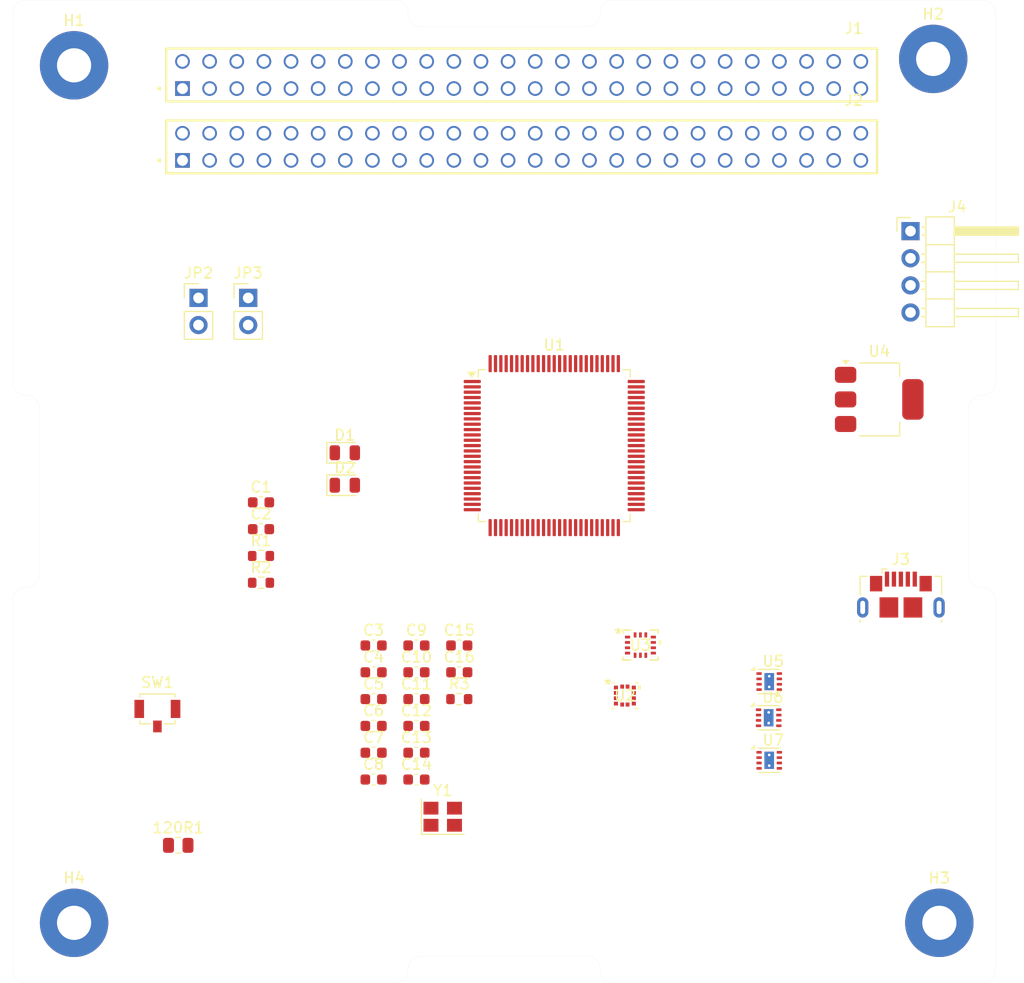
<source format=kicad_pcb>
(kicad_pcb (version 20240108) (generator "pcbnew") (generator_version "8.0")
  (layers (0 "F.Cu" signal) (31 "B.Cu" signal) (34 "B.Paste" user) (35 "F.Paste" user) (36 "B.SilkS" user "B.Silkscreen") (37 "F.SilkS" user "F.Silkscreen") (38 "B.Mask" user) (39 "F.Mask" user) (44 "Edge.Cuts" user))
  (net 0 "")
  (net 1 "+3.3VA")
  (net 2 "3V3_ADCS")
  (net 3 "GND")
  (net 4 "VUSB")
  (net 5 "/3V3_LDO")
  (net 6 "/ControlUnit/NRST")
  (net 7 "/ControlUnit/HSE_IN")
  (net 8 "/ControlUnit/HSE_OUT")
  (net 9 "5V_ADCS")
  (net 10 "Net-(D1-K)")
  (net 11 "/LED_CATHODE")
  (net 12 "/VBUS0")
  (net 15 "/UART1_CTS")
  (net 17 "/3V3_EPS")
  (net 18 "/UART1_RTS")
  (net 23 "/CAN_B_L")
  (net 27 "/5V_COMM")
  (net 35 "/UART0_RTS")
  (net 36 "/UART0_TX")
  (net 37 "/CAN_A_H")
  (net 40 "/UART1_RX")
  (net 41 "/UART1_TX")
  (net 44 "/UART0_RX")
  (net 45 "/CAN_A_L")
  (net 48 "/UART0_CTS")
  (net 51 "/RST_CC")
  (net 52 "/CAN_B_H")
  (net 53 "/5V_EPS")
  (net 55 "/I2C2_SCL")
  (net 56 "/ANT_DEPLOY")
  (net 59 "/3V3_ANT")
  (net 64 "/CS_ANT")
  (net 66 "/HEARTBEAT_ADCS")
  (net 67 "/HEARTBEAT_OBC")
  (net 71 "/I2C1_SCL")
  (net 72 "/12V_ADCS")
  (net 75 "/5V_PAY")
  (net 78 "/I2C2_SDA")
  (net 81 "/5V_OBC")
  (net 82 "/ANT_DEPLOY_STATUS")
  (net 84 "/I2C1_SDA")
  (net 89 "/USB_D-")
  (net 90 "/USB_D+")
  (net 96 "/SWCLK")
  (net 97 "/SWDIO")
  (net 98 "/ControlUnit/BOOT0")
  (net 99 "/ControlUnit/SW_BOOT0")
  (net 208 "Net-(U5-GND-Pad4)")
  (net 217 "Net-(U6-GND-Pad4)")
  (net 224 "Net-(U7-GND-Pad4)")
  (footprint "Crystal:Crystal_SMD_Abracon_ABM8AIG-4Pin_3.2x2.5mm" (layer "F.Cu") (at 153.535 123.14)
    (property "Reference" "Y1" (at 0 -2.45 0) (layer "F.SilkS"))
    (property "Value" "32MHz")
    (pad "1" smd rect (at -1.1 0.8) (size 1.4 1.2) (layers "F.Cu" "F.Paste" "F.Mask") (net 7 "/ControlUnit/HSE_IN"))
    (pad "2" smd rect (at 1.1 0.8) (size 1.4 1.2) (layers "F.Cu" "F.Paste" "F.Mask") (net 3 "GND"))
    (pad "3" smd rect (at 1.1 -0.8) (size 1.4 1.2) (layers "F.Cu" "F.Paste" "F.Mask") (net 8 "/ControlUnit/HSE_OUT"))
    (pad "4" smd rect (at -1.1 -0.8) (size 1.4 1.2) (layers "F.Cu" "F.Paste" "F.Mask") (net 3 "GND"))
  )
  (footprint "Capacitor_SMD:C_0603_1608Metric" (layer "F.Cu") (at 147.065 109.62)
    (property "Reference" "C4" (at 0 -1.43 0) (layer "F.SilkS"))
    (property "Value" "100nF")
    (pad "1" smd roundrect (at -0.775 0) (size 0.9 0.95) (layers "F.Cu" "F.Paste" "F.Mask") (net 2 "3V3_ADCS"))
    (pad "2" smd roundrect (at 0.775 0) (size 0.9 0.95) (layers "F.Cu" "F.Paste" "F.Mask") (net 3 "GND"))
  )
  (footprint "PC104_BUS:SAMTEC_ESQ-126-39-G-D" (layer "F.Cu") (at 127.4 56.43)
    (property "Reference" "J1" (at 64.625 -7.085 0) (layer "F.SilkS"))
    (property "Value" "Conn_02x26_Odd_Even")
    (pad "1" thru_hole rect (at 1.775 -1.455) (size 1.37 1.37) (drill 1.02) (layers "*.Cu" "*.Mask") (net 12 "/VBUS0"))
    (pad "2" thru_hole circle (at 1.775 -3.995) (size 1.37 1.37) (drill 1.02) (layers "*.Cu" "*.Mask") (net 12 "/VBUS0"))
    (pad "3" thru_hole circle (at 4.315 -1.455) (size 1.37 1.37) (drill 1.02) (layers "*.Cu" "*.Mask") (net 3 "GND"))
    (pad "4" thru_hole circle (at 4.315 -3.995) (size 1.37 1.37) (drill 1.02) (layers "*.Cu" "*.Mask") (net 3 "GND"))
    (pad "5" thru_hole circle (at 6.855 -1.455) (size 1.37 1.37) (drill 1.02) (layers "*.Cu" "*.Mask") (net 51 "/RST_CC"))
    (pad "6" thru_hole circle (at 6.855 -3.995) (size 1.37 1.37) (drill 1.02) (layers "*.Cu" "*.Mask"))
    (pad "7" thru_hole circle (at 9.395 -1.455) (size 1.37 1.37) (drill 1.02) (layers "*.Cu" "*.Mask") (net 40 "/UART1_RX"))
    (pad "8" thru_hole circle (at 9.395 -3.995) (size 1.37 1.37) (drill 1.02) (layers "*.Cu" "*.Mask"))
    (pad "9" thru_hole circle (at 11.935 -1.455) (size 1.37 1.37) (drill 1.02) (layers "*.Cu" "*.Mask") (net 41 "/UART1_TX"))
    (pad "10" thru_hole circle (at 11.935 -3.995) (size 1.37 1.37) (drill 1.02) (layers "*.Cu" "*.Mask"))
    (pad "11" thru_hole circle (at 14.475 -1.455) (size 1.37 1.37) (drill 1.02) (layers "*.Cu" "*.Mask") (net 18 "/UART1_RTS"))
    (pad "12" thru_hole circle (at 14.475 -3.995) (size 1.37 1.37) (drill 1.02) (layers "*.Cu" "*.Mask"))
    (pad "13" thru_hole circle (at 17.015 -1.455) (size 1.37 1.37) (drill 1.02) (layers "*.Cu" "*.Mask") (net 15 "/UART1_CTS"))
    (pad "14" thru_hole circle (at 17.015 -3.995) (size 1.37 1.37) (drill 1.02) (layers "*.Cu" "*.Mask"))
    (pad "15" thru_hole circle (at 19.555 -1.455) (size 1.37 1.37) (drill 1.02) (layers "*.Cu" "*.Mask") (net 3 "GND"))
    (pad "16" thru_hole circle (at 19.555 -3.995) (size 1.37 1.37) (drill 1.02) (layers "*.Cu" "*.Mask"))
    (pad "17" thru_hole circle (at 22.095 -1.455) (size 1.37 1.37) (drill 1.02) (layers "*.Cu" "*.Mask") (net 45 "/CAN_A_L"))
    (pad "18" thru_hole circle (at 22.095 -3.995) (size 1.37 1.37) (drill 1.02) (layers "*.Cu" "*.Mask"))
    (pad "19" thru_hole circle (at 24.635 -1.455) (size 1.37 1.37) (drill 1.02) (layers "*.Cu" "*.Mask") (net 37 "/CAN_A_H"))
    (pad "20" thru_hole circle (at 24.635 -3.995) (size 1.37 1.37) (drill 1.02) (layers "*.Cu" "*.Mask"))
    (pad "21" thru_hole circle (at 27.175 -1.455) (size 1.37 1.37) (drill 1.02) (layers "*.Cu" "*.Mask") (net 3 "GND"))
    (pad "22" thru_hole circle (at 27.175 -3.995) (size 1.37 1.37) (drill 1.02) (layers "*.Cu" "*.Mask"))
    (pad "23" thru_hole circle (at 29.715 -1.455) (size 1.37 1.37) (drill 1.02) (layers "*.Cu" "*.Mask") (net 23 "/CAN_B_L"))
    (pad "24" thru_hole circle (at 29.715 -3.995) (size 1.37 1.37) (drill 1.02) (layers "*.Cu" "*.Mask"))
    (pad "25" thru_hole circle (at 32.255 -1.455) (size 1.37 1.37) (drill 1.02) (layers "*.Cu" "*.Mask") (net 52 "/CAN_B_H"))
    (pad "26" thru_hole circle (at 32.255 -3.995) (size 1.37 1.37) (drill 1.02) (layers "*.Cu" "*.Mask"))
    (pad "27" thru_hole circle (at 34.795 -1.455) (size 1.37 1.37) (drill 1.02) (layers "*.Cu" "*.Mask") (net 3 "GND"))
    (pad "28" thru_hole circle (at 34.795 -3.995) (size 1.37 1.37) (drill 1.02) (layers "*.Cu" "*.Mask"))
    (pad "29" thru_hole circle (at 37.335 -1.455) (size 1.37 1.37) (drill 1.02) (layers "*.Cu" "*.Mask") (net 53 "/5V_EPS"))
    (pad "30" thru_hole circle (at 37.335 -3.995) (size 1.37 1.37) (drill 1.02) (layers "*.Cu" "*.Mask") (net 53 "/5V_EPS"))
    (pad "31" thru_hole circle (at 39.875 -1.455) (size 1.37 1.37) (drill 1.02) (layers "*.Cu" "*.Mask") (net 17 "/3V3_EPS"))
    (pad "32" thru_hole circle (at 39.875 -3.995) (size 1.37 1.37) (drill 1.02) (layers "*.Cu" "*.Mask") (net 17 "/3V3_EPS"))
    (pad "33" thru_hole circle (at 42.415 -1.455) (size 1.37 1.37) (drill 1.02) (layers "*.Cu" "*.Mask"))
    (pad "34" thru_hole circle (at 42.415 -3.995) (size 1.37 1.37) (drill 1.02) (layers "*.Cu" "*.Mask"))
    (pad "35" thru_hole circle (at 44.955 -1.455) (size 1.37 1.37) (drill 1.02) (layers "*.Cu" "*.Mask") (net 48 "/UART0_CTS"))
    (pad "36" thru_hole circle (at 44.955 -3.995) (size 1.37 1.37) (drill 1.02) (layers "*.Cu" "*.Mask"))
    (pad "37" thru_hole circle (at 47.495 -1.455) (size 1.37 1.37) (drill 1.02) (layers "*.Cu" "*.Mask") (net 35 "/UART0_RTS"))
    (pad "38" thru_hole circle (at 47.495 -3.995) (size 1.37 1.37) (drill 1.02) (layers "*.Cu" "*.Mask"))
    (pad "39" thru_hole circle (at 50.035 -1.455) (size 1.37 1.37) (drill 1.02) (layers "*.Cu" "*.Mask") (net 44 "/UART0_RX"))
    (pad "40" thru_hole circle (at 50.035 -3.995) (size 1.37 1.37) (drill 1.02) (layers "*.Cu" "*.Mask"))
    (pad "41" thru_hole circle (at 52.575 -1.455) (size 1.37 1.37) (drill 1.02) (layers "*.Cu" "*.Mask") (net 36 "/UART0_TX"))
    (pad "42" thru_hole circle (at 52.575 -3.995) (size 1.37 1.37) (drill 1.02) (layers "*.Cu" "*.Mask"))
    (pad "43" thru_hole circle (at 55.115 -1.455) (size 1.37 1.37) (drill 1.02) (layers "*.Cu" "*.Mask"))
    (pad "44" thru_hole circle (at 55.115 -3.995) (size 1.37 1.37) (drill 1.02) (layers "*.Cu" "*.Mask"))
    (pad "45" thru_hole circle (at 57.655 -1.455) (size 1.37 1.37) (drill 1.02) (layers "*.Cu" "*.Mask"))
    (pad "46" thru_hole circle (at 57.655 -3.995) (size 1.37 1.37) (drill 1.02) (layers "*.Cu" "*.Mask"))
    (pad "47" thru_hole circle (at 60.195 -1.455) (size 1.37 1.37) (drill 1.02) (layers "*.Cu" "*.Mask") (net 27 "/5V_COMM"))
    (pad "48" thru_hole circle (at 60.195 -3.995) (size 1.37 1.37) (drill 1.02) (layers "*.Cu" "*.Mask"))
    (pad "49" thru_hole circle (at 62.735 -1.455) (size 1.37 1.37) (drill 1.02) (layers "*.Cu" "*.Mask") (net 27 "/5V_COMM"))
    (pad "50" thru_hole circle (at 62.735 -3.995) (size 1.37 1.37) (drill 1.02) (layers "*.Cu" "*.Mask"))
    (pad "51" thru_hole circle (at 65.275 -1.455) (size 1.37 1.37) (drill 1.02) (layers "*.Cu" "*.Mask"))
    (pad "52" thru_hole circle (at 65.275 -3.995) (size 1.37 1.37) (drill 1.02) (layers "*.Cu" "*.Mask"))
  )
  (footprint "Resistor_SMD:R_0603_1608Metric" (layer "F.Cu") (at 136.525 101.24)
    (property "Reference" "R2" (at 0 -1.43 0) (layer "F.SilkS"))
    (property "Value" "1k5")
    (pad "1" smd roundrect (at -0.825 0) (size 0.8 0.95) (layers "F.Cu" "F.Paste" "F.Mask") (net 11 "/LED_CATHODE"))
    (pad "2" smd roundrect (at 0.825 0) (size 0.8 0.95) (layers "F.Cu" "F.Paste" "F.Mask") (net 3 "GND"))
  )
  (footprint "LED_SMD:LED_0805_2012Metric" (layer "F.Cu") (at 144.37 92.11)
    (property "Reference" "D2" (at 0 -1.65 0) (layer "F.SilkS"))
    (property "Value" "ADCS_3V3_LED")
    (pad "1" smd roundrect (at -0.9375 0) (size 0.975 1.4) (layers "F.Cu" "F.Paste" "F.Mask") (net 11 "/LED_CATHODE"))
    (pad "2" smd roundrect (at 0.9375 0) (size 0.975 1.4) (layers "F.Cu" "F.Paste" "F.Mask") (net 2 "3V3_ADCS"))
  )
  (footprint "LED_SMD:LED_0805_2012Metric" (layer "F.Cu") (at 144.37 89.07)
    (property "Reference" "D1" (at 0 -1.65 0) (layer "F.SilkS"))
    (property "Value" "ADCS_5V_LED")
    (pad "1" smd roundrect (at -0.9375 0) (size 0.975 1.4) (layers "F.Cu" "F.Paste" "F.Mask") (net 10 "Net-(D1-K)"))
    (pad "2" smd roundrect (at 0.9375 0) (size 0.975 1.4) (layers "F.Cu" "F.Paste" "F.Mask") (net 9 "5V_ADCS"))
  )
  (footprint "Resistor_SMD:R_0603_1608Metric" (layer "F.Cu") (at 155.085 112.13)
    (property "Reference" "R3" (at 0 -1.43 0) (layer "F.SilkS"))
    (property "Value" "10k")
    (pad "1" smd roundrect (at -0.825 0) (size 0.8 0.95) (layers "F.Cu" "F.Paste" "F.Mask") (net 99 "/ControlUnit/SW_BOOT0"))
    (pad "2" smd roundrect (at 0.825 0) (size 0.8 0.95) (layers "F.Cu" "F.Paste" "F.Mask") (net 98 "/ControlUnit/BOOT0"))
  )
  (footprint "Capacitor_SMD:C_0603_1608Metric" (layer "F.Cu") (at 147.065 119.66)
    (property "Reference" "C8" (at 0 -1.43 0) (layer "F.SilkS"))
    (property "Value" "100nF")
    (pad "1" smd roundrect (at -0.775 0) (size 0.9 0.95) (layers "F.Cu" "F.Paste" "F.Mask") (net 2 "3V3_ADCS"))
    (pad "2" smd roundrect (at 0.775 0) (size 0.9 0.95) (layers "F.Cu" "F.Paste" "F.Mask") (net 3 "GND"))
  )
  (footprint "Capacitor_SMD:C_0603_1608Metric" (layer "F.Cu") (at 151.075 107.11)
    (property "Reference" "C9" (at 0 -1.43 0) (layer "F.SilkS"))
    (property "Value" "100nF")
    (pad "1" smd roundrect (at -0.775 0) (size 0.9 0.95) (layers "F.Cu" "F.Paste" "F.Mask") (net 2 "3V3_ADCS"))
    (pad "2" smd roundrect (at 0.775 0) (size 0.9 0.95) (layers "F.Cu" "F.Paste" "F.Mask") (net 3 "GND"))
  )
  (footprint "MountingHole:MountingHole_3.2mm_M3_Pad" (layer "F.Cu") (at 199.45 52.2)
    (property "Reference" "H2" (at 0 -4.2 0) (layer "F.SilkS"))
    (property "Value" "MountingHole_Pad")
    (pad "1" thru_hole circle (at 0 0) (size 6.4 6.4) (drill 3.2) (layers "*.Cu" "*.Mask") (net 3 "GND"))
  )
  (footprint "Capacitor_SMD:C_0603_1608Metric" (layer "F.Cu") (at 147.065 107.11)
    (property "Reference" "C3" (at 0 -1.43 0) (layer "F.SilkS"))
    (property "Value" "10uF")
    (pad "1" smd roundrect (at -0.775 0) (size 0.9 0.95) (layers "F.Cu" "F.Paste" "F.Mask") (net 2 "3V3_ADCS"))
    (pad "2" smd roundrect (at 0.775 0) (size 0.9 0.95) (layers "F.Cu" "F.Paste" "F.Mask") (net 3 "GND"))
  )
  (footprint "Connector_PinHeader_2.54mm:PinHeader_1x04_P2.54mm_Horizontal" (layer "F.Cu") (at 197.325 68.32)
    (property "Reference" "J4" (at 4.385 -2.27 0) (layer "F.SilkS"))
    (property "Value" "Conn_01x04_Pin")
    (pad "1" thru_hole rect (at 0 0) (size 1.7 1.7) (drill 1) (layers "*.Cu" "*.Mask") (net 2 "3V3_ADCS"))
    (pad "2" thru_hole oval (at 0 2.54) (size 1.7 1.7) (drill 1) (layers "*.Cu" "*.Mask") (net 97 "/SWDIO"))
    (pad "3" thru_hole oval (at 0 5.08) (size 1.7 1.7) (drill 1) (layers "*.Cu" "*.Mask") (net 96 "/SWCLK"))
    (pad "4" thru_hole oval (at 0 7.62) (size 1.7 1.7) (drill 1) (layers "*.Cu" "*.Mask") (net 3 "GND"))
  )
  (footprint "Capacitor_SMD:C_0603_1608Metric" (layer "F.Cu") (at 151.075 117.15)
    (property "Reference" "C13" (at 0 -1.43 0) (layer "F.SilkS"))
    (property "Value" "1uF")
    (pad "1" smd roundrect (at -0.775 0) (size 0.9 0.95) (layers "F.Cu" "F.Paste" "F.Mask") (net 2 "3V3_ADCS"))
    (pad "2" smd roundrect (at 0.775 0) (size 0.9 0.95) (layers "F.Cu" "F.Paste" "F.Mask") (net 3 "GND"))
  )
  (footprint "Capacitor_SMD:C_0603_1608Metric" (layer "F.Cu") (at 155.085 109.62)
    (property "Reference" "C16" (at 0 -1.43 0) (layer "F.SilkS"))
    (property "Value" "10pF")
    (pad "1" smd roundrect (at -0.775 0) (size 0.9 0.95) (layers "F.Cu" "F.Paste" "F.Mask") (net 8 "/ControlUnit/HSE_OUT"))
    (pad "2" smd roundrect (at 0.775 0) (size 0.9 0.95) (layers "F.Cu" "F.Paste" "F.Mask") (net 3 "GND"))
  )
  (footprint "MountingHole:MountingHole_3.2mm_M3_Pad" (layer "F.Cu") (at 119.025 52.8)
    (property "Reference" "H1" (at 0 -4.2 0) (layer "F.SilkS"))
    (property "Value" "MountingHole_Pad")
    (pad "1" thru_hole circle (at 0 0) (size 6.4 6.4) (drill 3.2) (layers "*.Cu" "*.Mask") (net 3 "GND"))
  )
  (footprint "Capacitor_SMD:C_0603_1608Metric" (layer "F.Cu") (at 151.075 119.66)
    (property "Reference" "C14" (at 0 -1.43 0) (layer "F.SilkS"))
    (property "Value" "100nF")
    (pad "1" smd roundrect (at -0.775 0) (size 0.9 0.95) (layers "F.Cu" "F.Paste" "F.Mask") (net 6 "/ControlUnit/NRST"))
    (pad "2" smd roundrect (at 0.775 0) (size 0.9 0.95) (layers "F.Cu" "F.Paste" "F.Mask") (net 3 "GND"))
  )
  (footprint "Capacitor_SMD:C_0603_1608Metric" (layer "F.Cu") (at 136.525 93.71)
    (property "Reference" "C1" (at 0 -1.43 0) (layer "F.SilkS"))
    (property "Value" "22uF")
    (pad "1" smd roundrect (at -0.775 0) (size 0.9 0.95) (layers "F.Cu" "F.Paste" "F.Mask") (net 4 "VUSB"))
    (pad "2" smd roundrect (at 0.775 0) (size 0.9 0.95) (layers "F.Cu" "F.Paste" "F.Mask") (net 3 "GND"))
  )
  (footprint "Resistor_SMD:R_0603_1608Metric" (layer "F.Cu") (at 136.525 98.73)
    (property "Reference" "R1" (at 0 -1.43 0) (layer "F.SilkS"))
    (property "Value" "1k5")
    (pad "1" smd roundrect (at -0.825 0) (size 0.8 0.95) (layers "F.Cu" "F.Paste" "F.Mask") (net 10 "Net-(D1-K)"))
    (pad "2" smd roundrect (at 0.825 0) (size 0.8 0.95) (layers "F.Cu" "F.Paste" "F.Mask") (net 3 "GND"))
  )
  (footprint "MountingHole:MountingHole_3.2mm_M3_Pad" (layer "F.Cu") (at 119.025 133.075)
    (property "Reference" "H4" (at 0 -4.2 0) (layer "F.SilkS"))
    (property "Value" "MountingHole_Pad")
    (pad "1" thru_hole circle (at 0 0) (size 6.4 6.4) (drill 3.2) (layers "*.Cu" "*.Mask") (net 3 "GND"))
  )
  (footprint "BMI270:BMI270_BOS" (layer "F.Cu") (at 172.0435 107.075)
    (property "Reference" "U3" (at 0 0 0) (layer "F.SilkS"))
    (property "Value" "BMI270")
    (fp_text user "*" (at -2.0828 -1 0) (layer "F.SilkS"))
    (fp_text user "*" (at -2.0828 -1 0) (layer "F.SilkS"))
    (pad "1" smd rect (at -1.2065 -0.750001 90) (size 0.254 0.4826) (layers "F.Cu" "F.Paste" "F.Mask"))
    (pad "2" smd rect (at -1.2065 -0.25 90) (size 0.254 0.4826) (layers "F.Cu" "F.Paste" "F.Mask"))
    (pad "3" smd rect (at -1.2065 0.25 90) (size 0.254 0.4826) (layers "F.Cu" "F.Paste" "F.Mask"))
    (pad "4" smd rect (at -1.2065 0.750001 90) (size 0.254 0.4826) (layers "F.Cu" "F.Paste" "F.Mask"))
    (pad "5" smd rect (at -0.499999 0.9525) (size 0.254 0.4826) (layers "F.Cu" "F.Paste" "F.Mask"))
    (pad "6" smd rect (at 0 0.9525) (size 0.254 0.4826) (layers "F.Cu" "F.Paste" "F.Mask"))
    (pad "7" smd rect (at 0.499999 0.9525) (size 0.254 0.4826) (layers "F.Cu" "F.Paste" "F.Mask"))
    (pad "8" smd rect (at 1.2065 0.750001 90) (size 0.254 0.4826) (layers "F.Cu" "F.Paste" "F.Mask"))
    (pad "9" smd rect (at 1.2065 0.25 90) (size 0.254 0.4826) (layers "F.Cu" "F.Paste" "F.Mask"))
    (pad "10" smd rect (at 1.2065 -0.25 90) (size 0.254 0.4826) (layers "F.Cu" "F.Paste" "F.Mask"))
    (pad "11" smd rect (at 1.2065 -0.750001 90) (size 0.254 0.4826) (layers "F.Cu" "F.Paste" "F.Mask"))
    (pad "12" smd rect (at 0.499999 -0.9525) (size 0.254 0.4826) (layers "F.Cu" "F.Paste" "F.Mask"))
    (pad "13" smd rect (at 0 -0.9525) (size 0.254 0.4826) (layers "F.Cu" "F.Paste" "F.Mask"))
    (pad "14" smd rect (at -0.499999 -0.9525) (size 0.254 0.4826) (layers "F.Cu" "F.Paste" "F.Mask"))
  )
  (footprint "Capacitor_SMD:C_0603_1608Metric" (layer "F.Cu") (at 147.065 112.13)
    (property "Reference" "C5" (at 0 -1.43 0) (layer "F.SilkS"))
    (property "Value" "100nF")
    (pad "1" smd roundrect (at -0.775 0) (size 0.9 0.95) (layers "F.Cu" "F.Paste" "F.Mask") (net 2 "3V3_ADCS"))
    (pad "2" smd roundrect (at 0.775 0) (size 0.9 0.95) (layers "F.Cu" "F.Paste" "F.Mask") (net 3 "GND"))
  )
  (footprint "Capacitor_SMD:C_0603_1608Metric" (layer "F.Cu") (at 151.075 114.64)
    (property "Reference" "C12" (at 0 -1.43 0) (layer "F.SilkS"))
    (property "Value" "1uF")
    (pad "1" smd roundrect (at -0.775 0) (size 0.9 0.95) (layers "F.Cu" "F.Paste" "F.Mask") (net 1 "+3.3VA"))
    (pad "2" smd roundrect (at 0.775 0) (size 0.9 0.95) (layers "F.Cu" "F.Paste" "F.Mask") (net 3 "GND"))
  )
  (footprint "Package_SON:WSON-8-1EP_2x2mm_P0.5mm_EP0.9x1.6mm_ThermalVias" (layer "F.Cu") (at 184.1 117.86)
    (property "Reference" "U7" (at 0.38 -1.9 0) (layer "F.SilkS"))
    (property "Value" "DRV8212P")
    (pad "1" smd roundrect (at -0.95 -0.75) (size 0.5 0.25) (layers "F.Cu" "F.Paste" "F.Mask"))
    (pad "2" smd roundrect (at -0.95 -0.25) (size 0.5 0.25) (layers "F.Cu" "F.Paste" "F.Mask"))
    (pad "3" smd roundrect (at -0.95 0.25) (size 0.5 0.25) (layers "F.Cu" "F.Paste" "F.Mask"))
    (pad "4" smd roundrect (at -0.95 0.75) (size 0.5 0.25) (layers "F.Cu" "F.Paste" "F.Mask") (net 224 "Net-(U7-GND-Pad4)"))
    (pad "5" smd roundrect (at 0.95 0.75) (size 0.5 0.25) (layers "F.Cu" "F.Paste" "F.Mask"))
    (pad "6" smd roundrect (at 0.95 0.25) (size 0.5 0.25) (layers "F.Cu" "F.Paste" "F.Mask"))
    (pad "7" smd roundrect (at 0.95 -0.25) (size 0.5 0.25) (layers "F.Cu" "F.Paste" "F.Mask"))
    (pad "8" smd roundrect (at 0.95 -0.75) (size 0.5 0.25) (layers "F.Cu" "F.Paste" "F.Mask"))
    (pad "9" thru_hole circle (at 0 -0.5) (size 0.6 0.6) (drill 0.25) (layers "*.Cu") (net 224 "Net-(U7-GND-Pad4)"))
    (pad "9" smd rect (at 0 0) (size 0.9 1.6) (layers "F.Cu" "F.Mask") (net 224 "Net-(U7-GND-Pad4)"))
    (pad "9" smd rect (at 0 0) (size 0.9 1.6) (layers "B.Cu") (net 224 "Net-(U7-GND-Pad4)"))
    (pad "9" thru_hole circle (at 0 0.5) (size 0.6 0.6) (drill 0.25) (layers "*.Cu") (net 224 "Net-(U7-GND-Pad4)"))
  )
  (footprint "Capacitor_SMD:C_0603_1608Metric" (layer "F.Cu") (at 155.085 107.11)
    (property "Reference" "C15" (at 0 -1.43 0) (layer "F.SilkS"))
    (property "Value" "10pF")
    (pad "1" smd roundrect (at -0.775 0) (size 0.9 0.95) (layers "F.Cu" "F.Paste" "F.Mask") (net 7 "/ControlUnit/HSE_IN"))
    (pad "2" smd roundrect (at 0.775 0) (size 0.9 0.95) (layers "F.Cu" "F.Paste" "F.Mask") (net 3 "GND"))
  )
  (footprint "Package_SON:WSON-8-1EP_2x2mm_P0.5mm_EP0.9x1.6mm_ThermalVias" (layer "F.Cu") (at 184.1 110.49)
    (property "Reference" "U5" (at 0.38 -1.9 0) (layer "F.SilkS"))
    (property "Value" "DRV8212P")
    (pad "1" smd roundrect (at -0.95 -0.75) (size 0.5 0.25) (layers "F.Cu" "F.Paste" "F.Mask"))
    (pad "2" smd roundrect (at -0.95 -0.25) (size 0.5 0.25) (layers "F.Cu" "F.Paste" "F.Mask"))
    (pad "3" smd roundrect (at -0.95 0.25) (size 0.5 0.25) (layers "F.Cu" "F.Paste" "F.Mask"))
    (pad "4" smd roundrect (at -0.95 0.75) (size 0.5 0.25) (layers "F.Cu" "F.Paste" "F.Mask") (net 208 "Net-(U5-GND-Pad4)"))
    (pad "5" smd roundrect (at 0.95 0.75) (size 0.5 0.25) (layers "F.Cu" "F.Paste" "F.Mask"))
    (pad "6" smd roundrect (at 0.95 0.25) (size 0.5 0.25) (layers "F.Cu" "F.Paste" "F.Mask"))
    (pad "7" smd roundrect (at 0.95 -0.25) (size 0.5 0.25) (layers "F.Cu" "F.Paste" "F.Mask"))
    (pad "8" smd roundrect (at 0.95 -0.75) (size 0.5 0.25) (layers "F.Cu" "F.Paste" "F.Mask"))
    (pad "9" thru_hole circle (at 0 -0.5) (size 0.6 0.6) (drill 0.25) (layers "*.Cu") (net 208 "Net-(U5-GND-Pad4)"))
    (pad "9" smd rect (at 0 0) (size 0.9 1.6) (layers "F.Cu" "F.Mask") (net 208 "Net-(U5-GND-Pad4)"))
    (pad "9" smd rect (at 0 0) (size 0.9 1.6) (layers "B.Cu") (net 208 "Net-(U5-GND-Pad4)"))
    (pad "9" thru_hole circle (at 0 0.5) (size 0.6 0.6) (drill 0.25) (layers "*.Cu") (net 208 "Net-(U5-GND-Pad4)"))
  )
  (footprint "Package_QFP:LQFP-100_14x14mm_P0.5mm" (layer "F.Cu") (at 163.975 88.4)
    (property "Reference" "U1" (at 0 -9.42 0) (layer "F.SilkS"))
    (property "Value" "STM32L471VET6")
    (pad "1" smd roundrect (at -7.675 -6) (size 1.6 0.3) (layers "F.Cu" "F.Paste" "F.Mask"))
    (pad "2" smd roundrect (at -7.675 -5.5) (size 1.6 0.3) (layers "F.Cu" "F.Paste" "F.Mask"))
    (pad "3" smd roundrect (at -7.675 -5) (size 1.6 0.3) (layers "F.Cu" "F.Paste" "F.Mask"))
    (pad "4" smd roundrect (at -7.675 -4.5) (size 1.6 0.3) (layers "F.Cu" "F.Paste" "F.Mask"))
    (pad "5" smd roundrect (at -7.675 -4) (size 1.6 0.3) (layers "F.Cu" "F.Paste" "F.Mask"))
    (pad "6" smd roundrect (at -7.675 -3.5) (size 1.6 0.3) (layers "F.Cu" "F.Paste" "F.Mask") (net 2 "3V3_ADCS"))
    (pad "7" smd roundrect (at -7.675 -3) (size 1.6 0.3) (layers "F.Cu" "F.Paste" "F.Mask"))
    (pad "8" smd roundrect (at -7.675 -2.5) (size 1.6 0.3) (layers "F.Cu" "F.Paste" "F.Mask"))
    (pad "9" smd roundrect (at -7.675 -2) (size 1.6 0.3) (layers "F.Cu" "F.Paste" "F.Mask"))
    (pad "10" smd roundrect (at -7.675 -1.5) (size 1.6 0.3) (layers "F.Cu" "F.Paste" "F.Mask") (net 3 "GND"))
    (pad "11" smd roundrect (at -7.675 -1) (size 1.6 0.3) (layers "F.Cu" "F.Paste" "F.Mask") (net 2 "3V3_ADCS"))
    (pad "12" smd roundrect (at -7.675 -0.5) (size 1.6 0.3) (layers "F.Cu" "F.Paste" "F.Mask") (net 7 "/ControlUnit/HSE_IN"))
    (pad "13" smd roundrect (at -7.675 0) (size 1.6 0.3) (layers "F.Cu" "F.Paste" "F.Mask") (net 8 "/ControlUnit/HSE_OUT"))
    (pad "14" smd roundrect (at -7.675 0.5) (size 1.6 0.3) (layers "F.Cu" "F.Paste" "F.Mask") (net 6 "/ControlUnit/NRST"))
    (pad "15" smd roundrect (at -7.675 1) (size 1.6 0.3) (layers "F.Cu" "F.Paste" "F.Mask"))
    (pad "16" smd roundrect (at -7.675 1.5) (size 1.6 0.3) (layers "F.Cu" "F.Paste" "F.Mask"))
    (pad "17" smd roundrect (at -7.675 2) (size 1.6 0.3) (layers "F.Cu" "F.Paste" "F.Mask"))
    (pad "18" smd roundrect (at -7.675 2.5) (size 1.6 0.3) (layers "F.Cu" "F.Paste" "F.Mask"))
    (pad "19" smd roundrect (at -7.675 3) (size 1.6 0.3) (layers "F.Cu" "F.Paste" "F.Mask") (net 3 "GND"))
    (pad "20" smd roundrect (at -7.675 3.5) (size 1.6 0.3) (layers "F.Cu" "F.Paste" "F.Mask"))
    (pad "21" smd roundrect (at -7.675 4) (size 1.6 0.3) (layers "F.Cu" "F.Paste" "F.Mask"))
    (pad "22" smd roundrect (at -7.675 4.5) (size 1.6 0.3) (layers "F.Cu" "F.Paste" "F.Mask") (net 2 "3V3_ADCS"))
    (pad "23" smd roundrect (at -7.675 5) (size 1.6 0.3) (layers "F.Cu" "F.Paste" "F.Mask"))
    (pad "24" smd roundrect (at -7.675 5.5) (size 1.6 0.3) (layers "F.Cu" "F.Paste" "F.Mask"))
    (pad "25" smd roundrect (at -7.675 6) (size 1.6 0.3) (layers "F.Cu" "F.Paste" "F.Mask"))
    (pad "26" smd roundrect (at -6 7.675) (size 0.3 1.6) (layers "F.Cu" "F.Paste" "F.Mask"))
    (pad "27" smd roundrect (at -5.5 7.675) (size 0.3 1.6) (layers "F.Cu" "F.Paste" "F.Mask") (net 3 "GND"))
    (pad "28" smd roundrect (at -5 7.675) (size 0.3 1.6) (layers "F.Cu" "F.Paste" "F.Mask") (net 2 "3V3_ADCS"))
    (pad "29" smd roundrect (at -4.5 7.675) (size 0.3 1.6) (layers "F.Cu" "F.Paste" "F.Mask"))
    (pad "30" smd roundrect (at -4 7.675) (size 0.3 1.6) (layers "F.Cu" "F.Paste" "F.Mask"))
    (pad "31" smd roundrect (at -3.5 7.675) (size 0.3 1.6) (layers "F.Cu" "F.Paste" "F.Mask"))
    (pad "32" smd roundrect (at -3 7.675) (size 0.3 1.6) (layers "F.Cu" "F.Paste" "F.Mask"))
    (pad "33" smd roundrect (at -2.5 7.675) (size 0.3 1.6) (layers "F.Cu" "F.Paste" "F.Mask"))
    (pad "34" smd roundrect (at -2 7.675) (size 0.3 1.6) (layers "F.Cu" "F.Paste" "F.Mask"))
    (pad "35" smd roundrect (at -1.5 7.675) (size 0.3 1.6) (layers "F.Cu" "F.Paste" "F.Mask"))
    (pad "36" smd roundrect (at -1 7.675) (size 0.3 1.6) (layers "F.Cu" "F.Paste" "F.Mask"))
    (pad "37" smd roundrect (at -0.5 7.675) (size 0.3 1.6) (layers "F.Cu" "F.Paste" "F.Mask"))
    (pad "38" smd roundrect (at 0 7.675) (size 0.3 1.6) (layers "F.Cu" "F.Paste" "F.Mask"))
    (pad "39" smd roundrect (at 0.5 7.675) (size 0.3 1.6) (layers "F.Cu" "F.Paste" "F.Mask"))
    (pad "40" smd roundrect (at 1 7.675) (size 0.3 1.6) (layers "F.Cu" "F.Paste" "F.Mask"))
    (pad "41" smd roundrect (at 1.5 7.675) (size 0.3 1.6) (layers "F.Cu" "F.Paste" "F.Mask"))
    (pad "42" smd roundrect (at 2 7.675) (size 0.3 1.6) (layers "F.Cu" "F.Paste" "F.Mask"))
    (pad "43" smd roundrect (at 2.5 7.675) (size 0.3 1.6) (layers "F.Cu" "F.Paste" "F.Mask"))
    (pad "44" smd roundrect (at 3 7.675) (size 0.3 1.6) (layers "F.Cu" "F.Paste" "F.Mask"))
    (pad "45" smd roundrect (at 3.5 7.675) (size 0.3 1.6) (layers "F.Cu" "F.Paste" "F.Mask"))
    (pad "46" smd roundrect (at 4 7.675) (size 0.3 1.6) (layers "F.Cu" "F.Paste" "F.Mask"))
    (pad "47" smd roundrect (at 4.5 7.675) (size 0.3 1.6) (layers "F.Cu" "F.Paste" "F.Mask"))
    (pad "48" smd roundrect (at 5 7.675) (size 0.3 1.6) (layers "F.Cu" "F.Paste" "F.Mask"))
    (pad "49" smd roundrect (at 5.5 7.675) (size 0.3 1.6) (layers "F.Cu" "F.Paste" "F.Mask") (net 3 "GND"))
    (pad "50" smd roundrect (at 6 7.675) (size 0.3 1.6) (layers "F.Cu" "F.Paste" "F.Mask") (net 2 "3V3_ADCS"))
    (pad "51" smd roundrect (at 7.675 6) (size 1.6 0.3) (layers "F.Cu" "F.Paste" "F.Mask"))
    (pad "52" smd roundrect (at 7.675 5.5) (size 1.6 0.3) (layers "F.Cu" "F.Paste" "F.Mask"))
    (pad "53" smd roundrect (at 7.675 5) (size 1.6 0.3) (layers "F.Cu" "F.Paste" "F.Mask"))
    (pad "54" smd roundrect (at 7.675 4.5) (size 1.6 0.3) (layers "F.Cu" "F.Paste" "F.Mask"))
    (pad "55" smd roundrect (at 7.675 4) (size 1.6 0.3) (layers "F.Cu" "F.Paste" "F.Mask"))
    (pad "56" smd roundrect (at 7.675 3.5) (size 1.6 0.3) (layers "F.Cu" "F.Paste" "F.Mask"))
    (pad "57" smd roundrect (at 7.675 3) (size 1.6 0.3) (layers "F.Cu" "F.Paste" "F.Mask"))
    (pad "58" smd roundrect (at 7.675 2.5) (size 1.6 0.3) (layers "F.Cu" "F.Paste" "F.Mask"))
    (pad "59" smd roundrect (at 7.675 2) (size 1.6 0.3) (layers "F.Cu" "F.Paste" "F.Mask"))
    (pad "60" smd roundrect (at 7.675 1.5) (size 1.6 0.3) (layers "F.Cu" "F.Paste" "F.Mask"))
    (pad "61" smd roundrect (at 7.675 1) (size 1.6 0.3) (layers "F.Cu" "F.Paste" "F.Mask"))
    (pad "62" smd roundrect (at 7.675 0.5) (size 1.6 0.3) (layers "F.Cu" "F.Paste" "F.Mask"))
    (pad "63" smd roundrect (at 7.675 0) (size 1.6 0.3) (layers "F.Cu" "F.Paste" "F.Mask"))
    (pad "64" smd roundrect (at 7.675 -0.5) (size 1.6 0.3) (layers "F.Cu" "F.Paste" "F.Mask"))
    (pad "65" smd roundrect (at 7.675 -1) (size 1.6 0.3) (layers "F.Cu" "F.Paste" "F.Mask"))
    (pad "66" smd roundrect (at 7.675 -1.5) (size 1.6 0.3) (layers "F.Cu" "F.Paste" "F.Mask"))
    (pad "67" smd roundrect (at 7.675 -2) (size 1.6 0.3) (layers "F.Cu" "F.Paste" "F.Mask"))
    (pad "68" smd roundrect (at 7.675 -2.5) (size 1.6 0.3) (layers "F.Cu" "F.Paste" "F.Mask"))
    (pad "69" smd roundrect (at 7.675 -3) (size 1.6 0.3) (layers "F.Cu" "F.Paste" "F.Mask"))
    (pad "70" smd roundrect (at 7.675 -3.5) (size 1.6 0.3) (layers "F.Cu" "F.Paste" "F.Mask"))
    (pad "71" smd roundrect (at 7.675 -4) (size 1.6 0.3) (layers "F.Cu" "F.Paste" "F.Mask"))
    (pad "72" smd roundrect (at 7.675 -4.5) (size 1.6 0.3) (layers "F.Cu" "F.Paste" "F.Mask"))
    (pad "73" smd roundrect (at 7.675 -5) (size 1.6 0.3) (layers "F.Cu" "F.Paste" "F.Mask") (net 2 "3V3_ADCS"))
    (pad "74" smd roundrect (at 7.675 -5.5) (size 1.6 0.3) (layers "F.Cu" "F.Paste" "F.Mask") (net 3 "GND"))
    (pad "75" smd roundrect (at 7.675 -6) (size 1.6 0.3) (layers "F.Cu" "F.Paste" "F.Mask") (net 2 "3V3_ADCS"))
    (pad "76" smd roundrect (at 6 -7.675) (size 0.3 1.6) (layers "F.Cu" "F.Paste" "F.Mask"))
    (pad "77" smd roundrect (at 5.5 -7.675) (size 0.3 1.6) (layers "F.Cu" "F.Paste" "F.Mask"))
    (pad "78" smd roundrect (at 5 -7.675) (size 0.3 1.6) (layers "F.Cu" "F.Paste" "F.Mask"))
    (pad "79" smd roundrect (at 4.5 -7.675) (size 0.3 1.6) (layers "F.Cu" "F.Paste" "F.Mask"))
    (pad "80" smd roundrect (at 4 -7.675) (size 0.3 1.6) (layers "F.Cu" "F.Paste" "F.Mask"))
    (pad "81" smd roundrect (at 3.5 -7.675) (size 0.3 1.6) (layers "F.Cu" "F.Paste" "F.Mask"))
    (pad "82" smd roundrect (at 3 -7.675) (size 0.3 1.6) (layers "F.Cu" "F.Paste" "F.Mask"))
    (pad "83" smd roundrect (at 2.5 -7.675) (size 0.3 1.6) (layers "F.Cu" "F.Paste" "F.Mask"))
    (pad "84" smd roundrect (at 2 -7.675) (size 0.3 1.6) (layers "F.Cu" "F.Paste" "F.Mask"))
    (pad "85" smd roundrect (at 1.5 -7.675) (size 0.3 1.6) (layers "F.Cu" "F.Paste" "F.Mask"))
    (pad "86" smd roundrect (at 1 -7.675) (size 0.3 1.6) (layers "F.Cu" "F.Paste" "F.Mask"))
    (pad "87" smd roundrect (at 0.5 -7.675) (size 0.3 1.6) (layers "F.Cu" "F.Paste" "F.Mask"))
    (pad "88" smd roundrect (at 0 -7.675) (size 0.3 1.6) (layers "F.Cu" "F.Paste" "F.Mask"))
    (pad "89" smd roundrect (at -0.5 -7.675) (size 0.3 1.6) (layers "F.Cu" "F.Paste" "F.Mask"))
    (pad "90" smd roundrect (at -1 -7.675) (size 0.3 1.6) (layers "F.Cu" "F.Paste" "F.Mask"))
    (pad "91" smd roundrect (at -1.5 -7.675) (size 0.3 1.6) (layers "F.Cu" "F.Paste" "F.Mask"))
    (pad "92" smd roundrect (at -2 -7.675) (size 0.3 1.6) (layers "F.Cu" "F.Paste" "F.Mask"))
    (pad "93" smd roundrect (at -2.5 -7.675) (size 0.3 1.6) (layers "F.Cu" "F.Paste" "F.Mask"))
    (pad "94" smd roundrect (at -3 -7.675) (size 0.3 1.6) (layers "F.Cu" "F.Paste" "F.Mask") (net 98 "/ControlUnit/BOOT0"))
    (pad "95" smd roundrect (at -3.5 -7.675) (size 0.3 1.6) (layers "F.Cu" "F.Paste" "F.Mask"))
    (pad "96" smd roundrect (at -4 -7.675) (size 0.3 1.6) (layers "F.Cu" "F.Paste" "F.Mask"))
    (pad "97" smd roundrect (at -4.5 -7.675) (size 0.3 1.6) (layers "F.Cu" "F.Paste" "F.Mask"))
    (pad "98" smd roundrect (at -5 -7.675) (size 0.3 1.6) (layers "F.Cu" "F.Paste" "F.Mask"))
    (pad "99" smd roundrect (at -5.5 -7.675) (size 0.3 1.6) (layers "F.Cu" "F.Paste" "F.Mask") (net 3 "GND"))
    (pad "100" smd roundrect (at -6 -7.675) (size 0.3 1.6) (layers "F.Cu" "F.Paste" "F.Mask") (net 1 "+3.3VA"))
  )
  (footprint "Resistor_SMD:R_0805_2012Metric" (layer "F.Cu") (at 128.775 125.82)
    (property "Reference" "120R1" (at 0 -1.65 0) (layer "F.SilkS"))
    (property "Value" "FerriteBead")
    (pad "1" smd roundrect (at -0.9125 0) (size 1.025 1.4) (layers "F.Cu" "F.Paste" "F.Mask") (roundrect_rratio 0.243902) (net 1 "+3.3VA"))
    (pad "2" smd roundrect (at 0.9125 0) (size 1.025 1.4) (layers "F.Cu" "F.Paste" "F.Mask") (roundrect_rratio 0.243902) (net 2 "3V3_ADCS"))
  )
  (footprint "Connector_PinHeader_2.54mm:PinHeader_1x02_P2.54mm_Vertical" (layer "F.Cu") (at 135.325 74.575)
    (property "Reference" "JP3" (at 0 -2.33 0) (layer "F.SilkS"))
    (property "Value" "USB_POW_EN")
    (pad "1" thru_hole rect (at 0 0) (size 1.7 1.7) (drill 1) (layers "*.Cu" "*.Mask") (net 5 "/3V3_LDO"))
    (pad "2" thru_hole oval (at 0 2.54) (size 1.7 1.7) (drill 1) (layers "*.Cu" "*.Mask") (net 2 "3V3_ADCS"))
  )
  (footprint "Package_TO_SOT_SMD:SOT-223-3_TabPin2" (layer "F.Cu") (at 194.4 84.075)
    (property "Reference" "U4" (at 0 -4.5 0) (layer "F.SilkS"))
    (property "Value" "AMS1117-3.3")
    (pad "1" smd roundrect (at -3.15 -2.3) (size 2 1.5) (layers "F.Cu" "F.Paste" "F.Mask") (net 3 "GND"))
    (pad "2" smd roundrect (at -3.15 0) (size 2 1.5) (layers "F.Cu" "F.Paste" "F.Mask") (net 5 "/3V3_LDO"))
    (pad "2" smd roundrect (at 3.15 0) (size 2 3.8) (layers "F.Cu" "F.Paste" "F.Mask") (net 5 "/3V3_LDO"))
    (pad "3" smd roundrect (at -3.15 2.3) (size 2 1.5) (layers "F.Cu" "F.Paste" "F.Mask") (net 4 "VUSB"))
  )
  (footprint "Button_Switch_SMD:SW_SPST_B3U-1100P" (layer "F.Cu") (at 126.825 113.87)
    (property "Reference" "SW1" (at 0 -3.3 0) (layer "F.SilkS"))
    (property "Value" "SW_SPDT")
    (pad "1" smd rect (at -1.7 -0.82) (size 0.9 1.7) (layers "F.Cu" "F.Paste" "F.Mask") (net 3 "GND"))
    (pad "2" smd rect (at 1.7 -0.82) (size 0.9 1.7) (layers "F.Cu" "F.Paste" "F.Mask") (net 99 "/ControlUnit/SW_BOOT0"))
    (pad "3" smd rect (at 0 0.82) (size 0.8 1.1) (layers "F.Cu" "F.Paste" "F.Mask") (net 2 "3V3_ADCS"))
  )
  (footprint "Connector_PinHeader_2.54mm:PinHeader_1x02_P2.54mm_Vertical" (layer "F.Cu") (at 130.675 74.575)
    (property "Reference" "JP2" (at 0 -2.33 0) (layer "F.SilkS"))
    (property "Value" "USB_POW_EN")
    (pad "1" thru_hole rect (at 0 0) (size 1.7 1.7) (drill 1) (layers "*.Cu" "*.Mask") (net 4 "VUSB"))
    (pad "2" thru_hole oval (at 0 2.54) (size 1.7 1.7) (drill 1) (layers "*.Cu" "*.Mask") (net 9 "5V_ADCS"))
  )
  (footprint "MountingHole:MountingHole_3.2mm_M3_Pad" (layer "F.Cu") (at 200.025 133.075)
    (property "Reference" "H3" (at 0 -4.2 0) (layer "F.SilkS"))
    (property "Value" "MountingHole_Pad")
    (pad "1" thru_hole circle (at 0 0) (size 6.4 6.4) (drill 3.2) (layers "*.Cu" "*.Mask") (net 3 "GND"))
  )
  (footprint "Capacitor_SMD:C_0603_1608Metric" (layer "F.Cu") (at 147.065 114.64)
    (property "Reference" "C6" (at 0 -1.43 0) (layer "F.SilkS"))
    (property "Value" "100nF")
    (pad "1" smd roundrect (at -0.775 0) (size 0.9 0.95) (layers "F.Cu" "F.Paste" "F.Mask") (net 2 "3V3_ADCS"))
    (pad "2" smd roundrect (at 0.775 0) (size 0.9 0.95) (layers "F.Cu" "F.Paste" "F.Mask") (net 3 "GND"))
  )
  (footprint "Capacitor_SMD:C_0603_1608Metric" (layer "F.Cu") (at 151.075 112.13)
    (property "Reference" "C11" (at 0 -1.43 0) (layer "F.SilkS"))
    (property "Value" "10nF")
    (pad "1" smd roundrect (at -0.775 0) (size 0.9 0.95) (layers "F.Cu" "F.Paste" "F.Mask") (net 1 "+3.3VA"))
    (pad "2" smd roundrect (at 0.775 0) (size 0.9 0.95) (layers "F.Cu" "F.Paste" "F.Mask") (net 3 "GND"))
  )
  (footprint "Connector_USB:USB_Micro-B_GCT_USB3076-30-A" (layer "F.Cu") (at 196.425 102.35)
    (property "Reference" "J3" (at 0 -3.3 0) (layer "F.SilkS"))
    (property "Value" "USB_B_Micro")
    (pad "1" smd rect (at -1.3 -1.45) (size 0.4 1.4) (layers "F.Cu" "F.Paste" "F.Mask") (net 4 "VUSB"))
    (pad "2" smd rect (at -0.65 -1.45) (size 0.4 1.4) (layers "F.Cu" "F.Paste" "F.Mask") (net 89 "/USB_D-"))
    (pad "3" smd rect (at 0 -1.45) (size 0.4 1.4) (layers "F.Cu" "F.Paste" "F.Mask") (net 90 "/USB_D+"))
    (pad "4" smd rect (at 0.65 -1.45) (size 0.4 1.4) (layers "F.Cu" "F.Paste" "F.Mask"))
    (pad "5" smd rect (at 1.3 -1.45) (size 0.4 1.4) (layers "F.Cu" "F.Paste" "F.Mask") (net 3 "GND"))
    (pad "6" thru_hole oval (at -3.575 1.2 180) (size 1.05 1.9) (drill oval 0.45 1.25) (layers "*.Cu" "*.Mask"))
    (pad "6" smd rect (at -2.32 -1.03) (size 1.15 1.45) (layers "F.Cu" "F.Paste" "F.Mask"))
    (pad "6" smd rect (at -1.125 1.2) (size 1.75 1.9) (layers "F.Cu" "F.Paste" "F.Mask"))
    (pad "6" smd rect (at 1.125 1.2) (size 1.75 1.9) (layers "F.Cu" "F.Paste" "F.Mask"))
    (pad "6" smd rect (at 2.32 -1.03) (size 1.15 1.45) (layers "F.Cu" "F.Paste" "F.Mask"))
    (pad "6" thru_hole oval (at 3.575 1.2) (size 1.05 1.9) (drill oval 0.45 1.25) (layers "*.Cu" "*.Mask"))
  )
  (footprint "Capacitor_SMD:C_0603_1608Metric" (layer "F.Cu") (at 136.525 96.22)
    (property "Reference" "C2" (at 0 -1.43 0) (layer "F.SilkS"))
    (property "Value" "22uF")
    (pad "1" smd roundrect (at -0.775 0) (size 0.9 0.95) (layers "F.Cu" "F.Paste" "F.Mask") (net 5 "/3V3_LDO"))
    (pad "2" smd roundrect (at 0.775 0) (size 0.9 0.95) (layers "F.Cu" "F.Paste" "F.Mask") (net 3 "GND"))
  )
  (footprint "IIS2MDC:LGA-12_2X2X0P7_STM" (layer "F.Cu") (at 170.5868 111.8)
    (property "Reference" "U2" (at 0 0 0) (layer "F.SilkS"))
    (property "Value" "IIS2MDCTR")
    (fp_text user "*" (at -1.6129 -1 0) (layer "F.SilkS"))
    (fp_text user "*" (at -1.6129 -1 0) (layer "F.SilkS"))
    (pad "1" smd rect (at -0.8382 -0.750001 90) (size 0.3556 0.381) (layers "F.Cu" "F.Paste" "F.Mask"))
    (pad "2" smd rect (at -0.8382 -0.25 90) (size 0.3556 0.381) (layers "F.Cu" "F.Paste" "F.Mask"))
    (pad "3" smd rect (at -0.8382 0.25 90) (size 0.3556 0.381) (layers "F.Cu" "F.Paste" "F.Mask"))
    (pad "4" smd rect (at -0.8382 0.750001 90) (size 0.3556 0.381) (layers "F.Cu" "F.Paste" "F.Mask"))
    (pad "5" smd rect (at -0.25 0.8382) (size 0.3556 0.381) (layers "F.Cu" "F.Paste" "F.Mask"))
    (pad "6" smd rect (at 0.25 0.8382) (size 0.3556 0.381) (layers "F.Cu" "F.Paste" "F.Mask"))
    (pad "7" smd rect (at 0.8382 0.750001 90) (size 0.3556 0.381) (layers "F.Cu" "F.Paste" "F.Mask"))
    (pad "8" smd rect (at 0.8382 0.25 90) (size 0.3556 0.381) (layers "F.Cu" "F.Paste" "F.Mask"))
    (pad "9" smd rect (at 0.8382 -0.25 90) (size 0.3556 0.381) (layers "F.Cu" "F.Paste" "F.Mask"))
    (pad "10" smd rect (at 0.8382 -0.750001 90) (size 0.3556 0.381) (layers "F.Cu" "F.Paste" "F.Mask"))
    (pad "11" smd rect (at 0.25 -0.8382) (size 0.3556 0.381) (layers "F.Cu" "F.Paste" "F.Mask"))
    (pad "12" smd rect (at -0.25 -0.8382) (size 0.3556 0.381) (layers "F.Cu" "F.Paste" "F.Mask"))
  )
  (footprint "PC104_BUS:SAMTEC_ESQ-126-39-G-D" (layer "F.Cu") (at 127.4 63.155)
    (property "Reference" "J2" (at 64.625 -7.085 0) (layer "F.SilkS"))
    (property "Value" "Conn_02x26_Odd_Even")
    (pad "1" thru_hole rect (at 1.775 -1.455) (size 1.37 1.37) (drill 1.02) (layers "*.Cu" "*.Mask") (net 12 "/VBUS0"))
    (pad "2" thru_hole circle (at 1.775 -3.995) (size 1.37 1.37) (drill 1.02) (layers "*.Cu" "*.Mask") (net 12 "/VBUS0"))
    (pad "3" thru_hole circle (at 4.315 -1.455) (size 1.37 1.37) (drill 1.02) (layers "*.Cu" "*.Mask") (net 3 "GND"))
    (pad "4" thru_hole circle (at 4.315 -3.995) (size 1.37 1.37) (drill 1.02) (layers "*.Cu" "*.Mask") (net 3 "GND"))
    (pad "5" thru_hole circle (at 6.855 -1.455) (size 1.37 1.37) (drill 1.02) (layers "*.Cu" "*.Mask") (net 59 "/3V3_ANT"))
    (pad "6" thru_hole circle (at 6.855 -3.995) (size 1.37 1.37) (drill 1.02) (layers "*.Cu" "*.Mask") (net 3 "GND"))
    (pad "7" thru_hole circle (at 9.395 -1.455) (size 1.37 1.37) (drill 1.02) (layers "*.Cu" "*.Mask") (net 59 "/3V3_ANT"))
    (pad "8" thru_hole circle (at 9.395 -3.995) (size 1.37 1.37) (drill 1.02) (layers "*.Cu" "*.Mask") (net 3 "GND"))
    (pad "9" thru_hole circle (at 11.935 -1.455) (size 1.37 1.37) (drill 1.02) (layers "*.Cu" "*.Mask") (net 56 "/ANT_DEPLOY"))
    (pad "10" thru_hole circle (at 11.935 -3.995) (size 1.37 1.37) (drill 1.02) (layers "*.Cu" "*.Mask") (net 82 "/ANT_DEPLOY_STATUS"))
    (pad "11" thru_hole circle (at 14.475 -1.455) (size 1.37 1.37) (drill 1.02) (layers "*.Cu" "*.Mask") (net 64 "/CS_ANT"))
    (pad "12" thru_hole circle (at 14.475 -3.995) (size 1.37 1.37) (drill 1.02) (layers "*.Cu" "*.Mask"))
    (pad "13" thru_hole circle (at 17.015 -1.455) (size 1.37 1.37) (drill 1.02) (layers "*.Cu" "*.Mask"))
    (pad "14" thru_hole circle (at 17.015 -3.995) (size 1.37 1.37) (drill 1.02) (layers "*.Cu" "*.Mask"))
    (pad "15" thru_hole circle (at 19.555 -1.455) (size 1.37 1.37) (drill 1.02) (layers "*.Cu" "*.Mask"))
    (pad "16" thru_hole circle (at 19.555 -3.995) (size 1.37 1.37) (drill 1.02) (layers "*.Cu" "*.Mask"))
    (pad "17" thru_hole circle (at 22.095 -1.455) (size 1.37 1.37) (drill 1.02) (layers "*.Cu" "*.Mask"))
    (pad "18" thru_hole circle (at 22.095 -3.995) (size 1.37 1.37) (drill 1.02) (layers "*.Cu" "*.Mask"))
    (pad "19" thru_hole circle (at 24.635 -1.455) (size 1.37 1.37) (drill 1.02) (layers "*.Cu" "*.Mask") (net 67 "/HEARTBEAT_OBC"))
    (pad "20" thru_hole circle (at 24.635 -3.995) (size 1.37 1.37) (drill 1.02) (layers "*.Cu" "*.Mask"))
    (pad "21" thru_hole circle (at 27.175 -1.455) (size 1.37 1.37) (drill 1.02) (layers "*.Cu" "*.Mask") (net 66 "/HEARTBEAT_ADCS"))
    (pad "22" thru_hole circle (at 27.175 -3.995) (size 1.37 1.37) (drill 1.02) (layers "*.Cu" "*.Mask"))
    (pad "23" thru_hole circle (at 29.715 -1.455) (size 1.37 1.37) (drill 1.02) (layers "*.Cu" "*.Mask") (net 3 "GND"))
    (pad "24" thru_hole circle (at 29.715 -3.995) (size 1.37 1.37) (drill 1.02) (layers "*.Cu" "*.Mask") (net 3 "GND"))
    (pad "25" thru_hole circle (at 32.255 -1.455) (size 1.37 1.37) (drill 1.02) (layers "*.Cu" "*.Mask") (net 75 "/5V_PAY"))
    (pad "26" thru_hole circle (at 32.255 -3.995) (size 1.37 1.37) (drill 1.02) (layers "*.Cu" "*.Mask") (net 75 "/5V_PAY"))
    (pad "27" thru_hole circle (at 34.795 -1.455) (size 1.37 1.37) (drill 1.02) (layers "*.Cu" "*.Mask") (net 3 "GND"))
    (pad "28" thru_hole circle (at 34.795 -3.995) (size 1.37 1.37) (drill 1.02) (layers "*.Cu" "*.Mask") (net 3 "GND"))
    (pad "29" thru_hole circle (at 37.335 -1.455) (size 1.37 1.37) (drill 1.02) (layers "*.Cu" "*.Mask") (net 81 "/5V_OBC"))
    (pad "30" thru_hole circle (at 37.335 -3.995) (size 1.37 1.37) (drill 1.02) (layers "*.Cu" "*.Mask") (net 81 "/5V_OBC"))
    (pad "31" thru_hole circle (at 39.875 -1.455) (size 1.37 1.37) (drill 1.02) (layers "*.Cu" "*.Mask") (net 72 "/12V_ADCS"))
    (pad "32" thru_hole circle (at 39.875 -3.995) (size 1.37 1.37) (drill 1.02) (layers "*.Cu" "*.Mask") (net 72 "/12V_ADCS"))
    (pad "33" thru_hole circle (at 42.415 -1.455) (size 1.37 1.37) (drill 1.02) (layers "*.Cu" "*.Mask"))
    (pad "34" thru_hole circle (at 42.415 -3.995) (size 1.37 1.37) (drill 1.02) (layers "*.Cu" "*.Mask"))
    (pad "35" thru_hole circle (at 44.955 -1.455) (size 1.37 1.37) (drill 1.02) (layers "*.Cu" "*.Mask"))
    (pad "36" thru_hole circle (at 44.955 -3.995) (size 1.37 1.37) (drill 1.02) (layers "*.Cu" "*.Mask"))
    (pad "37" thru_hole circle (at 47.495 -1.455) (size 1.37 1.37) (drill 1.02) (layers "*.Cu" "*.Mask") (net 9 "5V_ADCS"))
    (pad "38" thru_hole circle (at 47.495 -3.995) (size 1.37 1.37) (drill 1.02) (layers "*.Cu" "*.Mask") (net 9 "5V_ADCS"))
    (pad "39" thru_hole circle (at 50.035 -1.455) (size 1.37 1.37) (drill 1.02) (layers "*.Cu" "*.Mask") (net 2 "3V3_ADCS"))
    (pad "40" thru_hole circle (at 50.035 -3.995) (size 1.37 1.37) (drill 1.02) (layers "*.Cu" "*.Mask") (net 2 "3V3_ADCS"))
    (pad "41" thru_hole circle (at 52.575 -1.455) (size 1.37 1.37) (drill 1.02) (layers "*.Cu" "*.Mask"))
    (pad "42" thru_hole circle (at 52.575 -3.995) (size 1.37 1.37) (drill 1.02) (layers "*.Cu" "*.Mask") (net 3 "GND"))
    (pad "43" thru_hole circle (at 55.115 -1.455) (size 1.37 1.37) (drill 1.02) (layers "*.Cu" "*.Mask"))
    (pad "44" thru_hole circle (at 55.115 -3.995) (size 1.37 1.37) (drill 1.02) (layers "*.Cu" "*.Mask") (net 55 "/I2C2_SCL"))
    (pad "45" thru_hole circle (at 57.655 -1.455) (size 1.37 1.37) (drill 1.02) (layers "*.Cu" "*.Mask"))
    (pad "46" thru_hole circle (at 57.655 -3.995) (size 1.37 1.37) (drill 1.02) (layers "*.Cu" "*.Mask") (net 78 "/I2C2_SDA"))
    (pad "47" thru_hole circle (at 60.195 -1.455) (size 1.37 1.37) (drill 1.02) (layers "*.Cu" "*.Mask"))
    (pad "48" thru_hole circle (at 60.195 -3.995) (size 1.37 1.37) (drill 1.02) (layers "*.Cu" "*.Mask") (net 3 "GND"))
    (pad "49" thru_hole circle (at 62.735 -1.455) (size 1.37 1.37) (drill 1.02) (layers "*.Cu" "*.Mask"))
    (pad "50" thru_hole circle (at 62.735 -3.995) (size 1.37 1.37) (drill 1.02) (layers "*.Cu" "*.Mask") (net 71 "/I2C1_SCL"))
    (pad "51" thru_hole circle (at 65.275 -1.455) (size 1.37 1.37) (drill 1.02) (layers "*.Cu" "*.Mask"))
    (pad "52" thru_hole circle (at 65.275 -3.995) (size 1.37 1.37) (drill 1.02) (layers "*.Cu" "*.Mask") (net 84 "/I2C1_SDA"))
  )
  (footprint "Package_SON:WSON-8-1EP_2x2mm_P0.5mm_EP0.9x1.6mm_ThermalVias" (layer "F.Cu") (at 184.05 113.875)
    (property "Reference" "U6" (at 0.38 -1.9 0) (layer "F.SilkS"))
    (property "Value" "DRV8212P")
    (pad "1" smd roundrect (at -0.95 -0.75) (size 0.5 0.25) (layers "F.Cu" "F.Paste" "F.Mask"))
    (pad "2" smd roundrect (at -0.95 -0.25) (size 0.5 0.25) (layers "F.Cu" "F.Paste" "F.Mask"))
    (pad "3" smd roundrect (at -0.95 0.25) (size 0.5 0.25) (layers "F.Cu" "F.Paste" "F.Mask"))
    (pad "4" smd roundrect (at -0.95 0.75) (size 0.5 0.25) (layers "F.Cu" "F.Paste" "F.Mask") (net 217 "Net-(U6-GND-Pad4)"))
    (pad "5" smd roundrect (at 0.95 0.75) (size 0.5 0.25) (layers "F.Cu" "F.Paste" "F.Mask"))
    (pad "6" smd roundrect (at 0.95 0.25) (size 0.5 0.25) (layers "F.Cu" "F.Paste" "F.Mask"))
    (pad "7" smd roundrect (at 0.95 -0.25) (size 0.5 0.25) (layers "F.Cu" "F.Paste" "F.Mask"))
    (pad "8" smd roundrect (at 0.95 -0.75) (size 0.5 0.25) (layers "F.Cu" "F.Paste" "F.Mask"))
    (pad "9" thru_hole circle (at 0 -0.5) (size 0.6 0.6) (drill 0.25) (layers "*.Cu") (net 217 "Net-(U6-GND-Pad4)"))
    (pad "9" smd rect (at 0 0) (size 0.9 1.6) (layers "F.Cu" "F.Mask") (net 217 "Net-(U6-GND-Pad4)"))
    (pad "9" smd rect (at 0 0) (size 0.9 1.6) (layers "B.Cu") (net 217 "Net-(U6-GND-Pad4)"))
    (pad "9" thru_hole circle (at 0 0.5) (size 0.6 0.6) (drill 0.25) (layers "*.Cu") (net 217 "Net-(U6-GND-Pad4)"))
  )
  (footprint "Capacitor_SMD:C_0603_1608Metric" (layer "F.Cu") (at 147.065 117.15)
    (property "Reference" "C7" (at 0 -1.43 0) (layer "F.SilkS"))
    (property "Value" "100nF")
    (pad "1" smd roundrect (at -0.775 0) (size 0.9 0.95) (layers "F.Cu" "F.Paste" "F.Mask") (net 2 "3V3_ADCS"))
    (pad "2" smd roundrect (at 0.775 0) (size 0.9 0.95) (layers "F.Cu" "F.Paste" "F.Mask") (net 3 "GND"))
  )
  (footprint "Capacitor_SMD:C_0603_1608Metric" (layer "F.Cu") (at 151.075 109.62)
    (property "Reference" "C10" (at 0 -1.43 0) (layer "F.SilkS"))
    (property "Value" "100nF")
    (pad "1" smd roundrect (at -0.775 0) (size 0.9 0.95) (layers "F.Cu" "F.Paste" "F.Mask") (net 2 "3V3_ADCS"))
    (pad "2" smd roundrect (at 0.775 0) (size 0.9 0.95) (layers "F.Cu" "F.Paste" "F.Mask") (net 3 "GND"))
  )
  (gr_line (start 151.482 49.19) (end 167.082 49.19) (stroke (width 0.01)) (layer "Edge.Cuts"))
  (gr_arc (start 168.282 47.99) (mid 167.930528 48.838528) (end 167.082 49.19) (stroke (width 0.01)) (layer "Edge.Cuts"))
  (gr_arc (start 167.082 136.19) (mid 167.930528 136.541472) (end 168.282 137.39) (stroke (width 0.01)) (layer "Edge.Cuts"))
  (gr_arc (start 151.482 49.19) (mid 150.633472 48.838528) (end 150.282 47.99) (stroke (width 0.01)) (layer "Edge.Cuts"))
  (gr_arc (start 150.282 137.39) (mid 150.633472 136.541472) (end 151.482 136.19) (stroke (width 0.01)) (layer "Edge.Cuts"))
  (gr_arc (start 169.482 138.69) (mid 168.633472 138.338528) (end 168.282 137.49) (stroke (width 0.01)) (layer "Edge.Cuts"))
  (gr_arc (start 149.082 46.69) (mid 149.930528 47.041472) (end 150.282 47.89) (stroke (width 0.01)) (layer "Edge.Cuts"))
  (gr_arc (start 168.282 47.89) (mid 168.633472 47.041472) (end 169.482 46.69) (stroke (width 0.01)) (layer "Edge.Cuts"))
  (gr_line (start 204.082 83.69) (end 203.982 83.69) (stroke (width 0.01)) (layer "Edge.Cuts"))
  (gr_line (start 114.582 83.69) (end 114.482 83.69) (stroke (width 0.01)) (layer "Edge.Cuts"))
  (gr_arc (start 204.082 101.69) (mid 204.930528 102.041472) (end 205.282 102.89) (stroke (width 0.01)) (layer "Edge.Cuts"))
  (gr_arc (start 114.582 83.69) (mid 115.430528 84.041472) (end 115.782 84.89) (stroke (width 0.01)) (layer "Edge.Cuts"))
  (gr_arc (start 150.282 137.49) (mid 149.930528 138.338528) (end 149.082 138.69) (stroke (width 0.01)) (layer "Edge.Cuts"))
  (gr_line (start 205.282 102.89) (end 205.282 137.49) (stroke (width 0.01)) (layer "Edge.Cuts"))
  (gr_line (start 169.482 46.69) (end 204.082 46.69) (stroke (width 0.01)) (layer "Edge.Cuts"))
  (gr_arc (start 114.482 138.69) (mid 113.633472 138.338528) (end 113.282 137.49) (stroke (width 0.01)) (layer "Edge.Cuts"))
  (gr_line (start 168.282 137.49) (end 168.282 137.39) (stroke (width 0.01)) (layer "Edge.Cuts"))
  (gr_arc (start 113.282 47.89) (mid 113.633472 47.041472) (end 114.482 46.69) (stroke (width 0.01)) (layer "Edge.Cuts"))
  (gr_line (start 150.282 137.39) (end 150.282 137.49) (stroke (width 0.01)) (layer "Edge.Cuts"))
  (gr_arc (start 205.282 137.49) (mid 204.930528 138.338528) (end 204.082 138.69) (stroke (width 0.01)) (layer "Edge.Cuts"))
  (gr_line (start 115.782 100.49) (end 115.782 84.89) (stroke (width 0.01)) (layer "Edge.Cuts"))
  (gr_arc (start 203.982 101.69) (mid 203.133472 101.338528) (end 202.782 100.49) (stroke (width 0.01)) (layer "Edge.Cuts"))
  (gr_arc (start 205.282 82.49) (mid 204.930528 83.338528) (end 204.082 83.69) (stroke (width 0.01)) (layer "Edge.Cuts"))
  (gr_line (start 113.282 82.49) (end 113.282 47.89) (stroke (width 0.01)) (layer "Edge.Cuts"))
  (gr_arc (start 113.282 102.89) (mid 113.633472 102.041472) (end 114.482 101.69) (stroke (width 0.01)) (layer "Edge.Cuts"))
  (gr_line (start 204.082 138.69) (end 169.482 138.69) (stroke (width 0.01)) (layer "Edge.Cuts"))
  (gr_line (start 167.082 136.19) (end 151.482 136.19) (stroke (width 0.01)) (layer "Edge.Cuts"))
  (gr_arc (start 204.082 46.69) (mid 204.930528 47.041472) (end 205.282 47.89) (stroke (width 0.01)) (layer "Edge.Cuts"))
  (gr_line (start 168.282 47.99) (end 168.282 47.89) (stroke (width 0.01)) (layer "Edge.Cuts"))
  (gr_line (start 113.282 137.49) (end 113.282 102.89) (stroke (width 0.01)) (layer "Edge.Cuts"))
  (gr_line (start 114.482 101.69) (end 114.582 101.69) (stroke (width 0.01)) (layer "Edge.Cuts"))
  (gr_arc (start 202.782 84.89) (mid 203.133472 84.041472) (end 203.982 83.69) (stroke (width 0.01)) (layer "Edge.Cuts"))
  (gr_line (start 202.782 84.89) (end 202.782 100.49) (stroke (width 0.01)) (layer "Edge.Cuts"))
  (gr_line (start 205.282 47.89) (end 205.282 82.49) (stroke (width 0.01)) (layer "Edge.Cuts"))
  (gr_line (start 149.082 138.69) (end 114.482 138.69) (stroke (width 0.01)) (layer "Edge.Cuts"))
  (gr_arc (start 115.782 100.49) (mid 115.430528 101.338528) (end 114.582 101.69) (stroke (width 0.01)) (layer "Edge.Cuts"))
  (gr_line (start 150.282 47.89) (end 150.282 47.99) (stroke (width 0.01)) (layer "Edge.Cuts"))
  (gr_line (start 114.482 46.69) (end 149.082 46.69) (stroke (width 0.01)) (layer "Edge.Cuts"))
  (gr_arc (start 114.482 83.69) (mid 113.633472 83.338528) (end 113.282 82.49) (stroke (width 0.01)) (layer "Edge.Cuts"))
  (gr_line (start 203.982 101.69) (end 204.082 101.69) (stroke (width 0.01)) (layer "Edge.Cuts"))
)
</source>
